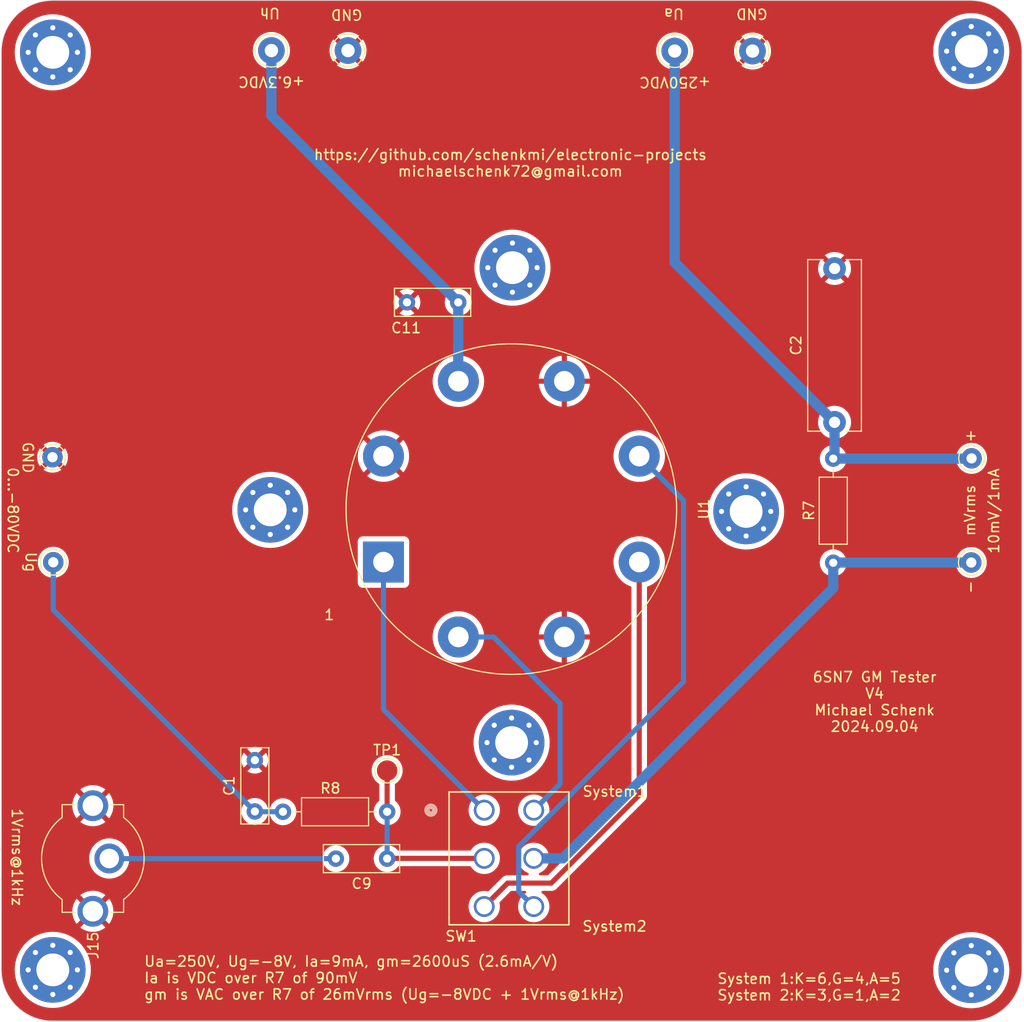
<source format=kicad_pcb>
(kicad_pcb (version 20240108) (generator "pcbnew") (generator_version "8.0")
  (layers (0 "F.Cu" signal) (31 "B.Cu" signal) (34 "B.Paste" user) (35 "F.Paste" user) (36 "B.SilkS" user "B.Silkscreen") (37 "F.SilkS" user "F.Silkscreen") (38 "B.Mask" user) (39 "F.Mask" user) (44 "Edge.Cuts" user))
  (net 0 "")
  (net 1 "VDDA")
  (net 2 "Net-(C9-Pad1)")
  (net 3 "Net-(U1A-G)")
  (net 4 "FVCC")
  (net 5 "Net-(J15-In)")
  (net 6 "FGND")
  (net 7 "Net-(J18-Pin_1)")
  (net 8 "Net-(J17-Pin_1)")
  (net 9 "Net-(U1B-A)")
  (net 10 "Net-(U1A-A)")
  (net 11 "Net-(U1B-G)")
  (footprint "MountingHole:MountingHole_3.2mm_M3_Pad_Via" (layer "F.Cu") (at 50.753944 52.832)
    (property "Reference" "H1" (hide yes))
    (property "Value" "MountingHole")
    (pad "1" thru_hole circle (at -2.4 0) (size 0.8 0.8) (drill 0.5) (layers "*.Cu" "*.Mask"))
    (pad "1" thru_hole circle (at -1.697056 -1.697056) (size 0.8 0.8) (drill 0.5) (layers "*.Cu" "*.Mask"))
    (pad "1" thru_hole circle (at -1.697056 1.697056) (size 0.8 0.8) (drill 0.5) (layers "*.Cu" "*.Mask"))
    (pad "1" thru_hole circle (at 0 -2.4) (size 0.8 0.8) (drill 0.5) (layers "*.Cu" "*.Mask"))
    (pad "1" thru_hole circle (at 0 0) (size 6.4 6.4) (drill 3.2) (layers "*.Cu" "*.Mask"))
    (pad "1" thru_hole circle (at 0 2.4) (size 0.8 0.8) (drill 0.5) (layers "*.Cu" "*.Mask"))
    (pad "1" thru_hole circle (at 1.697056 -1.697056) (size 0.8 0.8) (drill 0.5) (layers "*.Cu" "*.Mask"))
    (pad "1" thru_hole circle (at 1.697056 1.697056) (size 0.8 0.8) (drill 0.5) (layers "*.Cu" "*.Mask"))
    (pad "1" thru_hole circle (at 2.4 0) (size 0.8 0.8) (drill 0.5) (layers "*.Cu" "*.Mask"))
  )
  (footprint "MountingHole:MountingHole_3.2mm_M3_Pad_Via" (layer "F.Cu") (at 50.753944 142.320944)
    (property "Reference" "H2" (hide yes))
    (property "Value" "MountingHole")
    (pad "1" thru_hole circle (at -2.4 0) (size 0.8 0.8) (drill 0.5) (layers "*.Cu" "*.Mask"))
    (pad "1" thru_hole circle (at -1.697056 -1.697056) (size 0.8 0.8) (drill 0.5) (layers "*.Cu" "*.Mask"))
    (pad "1" thru_hole circle (at -1.697056 1.697056) (size 0.8 0.8) (drill 0.5) (layers "*.Cu" "*.Mask"))
    (pad "1" thru_hole circle (at 0 -2.4) (size 0.8 0.8) (drill 0.5) (layers "*.Cu" "*.Mask"))
    (pad "1" thru_hole circle (at 0 0) (size 6.4 6.4) (drill 3.2) (layers "*.Cu" "*.Mask"))
    (pad "1" thru_hole circle (at 0 2.4) (size 0.8 0.8) (drill 0.5) (layers "*.Cu" "*.Mask"))
    (pad "1" thru_hole circle (at 1.697056 -1.697056) (size 0.8 0.8) (drill 0.5) (layers "*.Cu" "*.Mask"))
    (pad "1" thru_hole circle (at 1.697056 1.697056) (size 0.8 0.8) (drill 0.5) (layers "*.Cu" "*.Mask"))
    (pad "1" thru_hole circle (at 2.4 0) (size 0.8 0.8) (drill 0.5) (layers "*.Cu" "*.Mask"))
  )
  (footprint "MountingHole:MountingHole_3.2mm_M3_Pad_Via" (layer "F.Cu") (at 140.335 142.354)
    (property "Reference" "H3" (hide yes))
    (property "Value" "MountingHole")
    (pad "1" thru_hole circle (at -2.4 0) (size 0.8 0.8) (drill 0.5) (layers "*.Cu" "*.Mask"))
    (pad "1" thru_hole circle (at -1.697056 -1.697056) (size 0.8 0.8) (drill 0.5) (layers "*.Cu" "*.Mask"))
    (pad "1" thru_hole circle (at -1.697056 1.697056) (size 0.8 0.8) (drill 0.5) (layers "*.Cu" "*.Mask"))
    (pad "1" thru_hole circle (at 0 -2.4) (size 0.8 0.8) (drill 0.5) (layers "*.Cu" "*.Mask"))
    (pad "1" thru_hole circle (at 0 0) (size 6.4 6.4) (drill 3.2) (layers "*.Cu" "*.Mask"))
    (pad "1" thru_hole circle (at 0 2.4) (size 0.8 0.8) (drill 0.5) (layers "*.Cu" "*.Mask"))
    (pad "1" thru_hole circle (at 1.697056 -1.697056) (size 0.8 0.8) (drill 0.5) (layers "*.Cu" "*.Mask"))
    (pad "1" thru_hole circle (at 1.697056 1.697056) (size 0.8 0.8) (drill 0.5) (layers "*.Cu" "*.Mask"))
    (pad "1" thru_hole circle (at 2.4 0) (size 0.8 0.8) (drill 0.5) (layers "*.Cu" "*.Mask"))
  )
  (footprint "MountingHole:MountingHole_3.2mm_M3_Pad_Via" (layer "F.Cu") (at 140.335 52.718)
    (property "Reference" "H4" (hide yes))
    (property "Value" "MountingHole")
    (pad "1" thru_hole circle (at -2.4 0) (size 0.8 0.8) (drill 0.5) (layers "*.Cu" "*.Mask"))
    (pad "1" thru_hole circle (at -1.697056 -1.697056) (size 0.8 0.8) (drill 0.5) (layers "*.Cu" "*.Mask"))
    (pad "1" thru_hole circle (at -1.697056 1.697056) (size 0.8 0.8) (drill 0.5) (layers "*.Cu" "*.Mask"))
    (pad "1" thru_hole circle (at 0 -2.4) (size 0.8 0.8) (drill 0.5) (layers "*.Cu" "*.Mask"))
    (pad "1" thru_hole circle (at 0 0) (size 6.4 6.4) (drill 3.2) (layers "*.Cu" "*.Mask"))
    (pad "1" thru_hole circle (at 0 2.4) (size 0.8 0.8) (drill 0.5) (layers "*.Cu" "*.Mask"))
    (pad "1" thru_hole circle (at 1.697056 -1.697056) (size 0.8 0.8) (drill 0.5) (layers "*.Cu" "*.Mask"))
    (pad "1" thru_hole circle (at 1.697056 1.697056) (size 0.8 0.8) (drill 0.5) (layers "*.Cu" "*.Mask"))
    (pad "1" thru_hole circle (at 2.4 0) (size 0.8 0.8) (drill 0.5) (layers "*.Cu" "*.Mask"))
  )
  (footprint "Connector_Pin:Pin_D1.3mm_L11.0mm" (layer "F.Cu") (at 111.412174 52.705)
    (property "Reference" "J5" (hide yes))
    (property "Value" "Conn_01x01")
    (fp_circle (center 0 0) (end 1.6 0.05) (stroke (width 0.12)) (fill none) (layer "F.SilkS"))
    (pad "1" thru_hole circle (at 0 0) (size 2.6 2.6) (drill 1.3) (layers "*.Cu" "*.Mask") (net 1 "VDDA"))
  )
  (footprint "Connector_Pin:Pin_D1.3mm_L11.0mm" (layer "F.Cu") (at 118.999 52.705)
    (property "Reference" "J6" (hide yes))
    (property "Value" "Conn_01x01")
    (fp_circle (center 0 0) (end 1.6 0.05) (stroke (width 0.12)) (fill none) (layer "F.SilkS"))
    (pad "1" thru_hole circle (at 0 0) (size 2.6 2.6) (drill 1.3) (layers "*.Cu" "*.Mask") (net 6 "FGND"))
  )
  (footprint "Connector_Pin:Pin_D1.3mm_L11.0mm" (layer "F.Cu") (at 72.076483 52.657064)
    (property "Reference" "J9" (hide yes))
    (property "Value" "Conn_01x01")
    (fp_circle (center 0 0) (end 1.6 0.05) (stroke (width 0.12)) (fill none) (layer "F.SilkS"))
    (pad "1" thru_hole circle (at 0 0) (size 2.6 2.6) (drill 1.3) (layers "*.Cu" "*.Mask") (net 4 "FVCC"))
  )
  (footprint "Connector_Pin:Pin_D1.3mm_L11.0mm" (layer "F.Cu") (at 79.547902 52.657064)
    (property "Reference" "J10" (hide yes))
    (property "Value" "Conn_01x01")
    (fp_circle (center 0 0) (end 1.6 0.05) (stroke (width 0.12)) (fill none) (layer "F.SilkS"))
    (pad "1" thru_hole circle (at 0 0) (size 2.6 2.6) (drill 1.3) (layers "*.Cu" "*.Mask") (net 6 "FGND"))
  )
  (footprint "Capacitor_THT:C_Rect_L7.2mm_W2.5mm_P5.00mm_FKS2_FKP2_MKS2_MKP2" (layer "F.Cu") (at 90.297 77.216 180)
    (property "Reference" "C11" (at 5.08 -2.5 0) (layer "F.SilkS"))
    (property "Value" "100nF")
    (fp_line (start 6.22 -1.37) (end 6.22 1.37) (stroke (width 0.12)) (layer "F.SilkS"))
    (fp_line (start -1.22 1.37) (end 6.22 1.37) (stroke (width 0.12)) (layer "F.SilkS"))
    (fp_line (start -1.22 -1.37) (end 6.22 -1.37) (stroke (width 0.12)) (layer "F.SilkS"))
    (fp_line (start -1.22 -1.37) (end -1.22 1.37) (stroke (width 0.12)) (layer "F.SilkS"))
    (pad "1" thru_hole circle (at 0 0 180) (size 1.6 1.6) (drill 0.8) (layers "*.Cu" "*.Mask") (net 4 "FVCC"))
    (pad "2" thru_hole circle (at 5 0 180) (size 1.6 1.6) (drill 0.8) (layers "*.Cu" "*.Mask") (net 6 "FGND"))
  )
  (footprint "kicad-snk:TubeOctal" (layer "F.Cu") (at 95.477627 97.380319 -90)
    (property "Reference" "U1" (at 0 -18.795 90) (layer "F.SilkS"))
    (property "Value" "6SN7")
    (fp_circle (center 0 0) (end 0 16.12) (stroke (width 0.12)) (fill none) (layer "F.SilkS"))
    (pad "1" thru_hole rect (at 5.166226 12.472373 270) (size 4 4) (drill 2) (layers "*.Cu" "*.Mask") (net 11 "Net-(U1B-G)"))
    (pad "2" thru_hole oval (at 12.472373 5.166226 270) (size 4 4) (drill 2) (layers "*.Cu" "*.Mask") (net 9 "Net-(U1B-A)"))
    (pad "3" thru_hole oval (at 12.472373 -5.166226 270) (size 4 4) (drill 2) (layers "*.Cu" "*.Mask") (net 6 "FGND"))
    (pad "4" thru_hole oval (at 5.166226 -12.472373 270) (size 4 4) (drill 2) (layers "*.Cu" "*.Mask") (net 3 "Net-(U1A-G)"))
    (pad "5" thru_hole oval (at -5.166226 -12.472373 270) (size 4 4) (drill 2) (layers "*.Cu" "*.Mask") (net 10 "Net-(U1A-A)"))
    (pad "6" thru_hole oval (at -12.472373 -5.166226 270) (size 4 4) (drill 2) (layers "*.Cu" "*.Mask") (net 6 "FGND"))
    (pad "7" thru_hole oval (at -12.472373 5.166226 270) (size 4 4) (drill 2) (layers "*.Cu" "*.Mask") (net 4 "FVCC"))
    (pad "8" thru_hole circle (at -5.166226 12.472373 270) (size 4 4) (drill 2) (layers "*.Cu" "*.Mask") (net 6 "FGND"))
  )
  (footprint "Resistor_THT:R_Axial_DIN0207_L6.3mm_D2.5mm_P10.16mm_Horizontal" (layer "F.Cu") (at 83.3628 126.8984 180)
    (property "Reference" "R8" (at 5.5372 2.286 0) (layer "F.SilkS"))
    (property "Value" "200k/0.6W")
    (fp_line (start 9.12 0) (end 8.35 0) (stroke (width 0.12)) (layer "F.SilkS"))
    (fp_line (start 8.35 1.37) (end 8.35 -1.37) (stroke (width 0.12)) (layer "F.SilkS"))
    (fp_line (start 8.35 -1.37) (end 1.81 -1.37) (stroke (width 0.12)) (layer "F.SilkS"))
    (fp_line (start 1.81 1.37) (end 8.35 1.37) (stroke (width 0.12)) (layer "F.SilkS"))
    (fp_line (start 1.81 -1.37) (end 1.81 1.37) (stroke (width 0.12)) (layer "F.SilkS"))
    (fp_line (start 1.04 0) (end 1.81 0) (stroke (width 0.12)) (layer "F.SilkS"))
    (pad "1" thru_hole circle (at 0 0 180) (size 1.6 1.6) (drill 0.8) (layers "*.Cu" "*.Mask") (net 2 "Net-(C9-Pad1)"))
    (pad "2" thru_hole oval (at 10.16 0 180) (size 1.6 1.6) (drill 0.8) (layers "*.Cu" "*.Mask") (net 7 "Net-(J18-Pin_1)"))
  )
  (footprint "Resistor_THT:R_Axial_DIN0207_L6.3mm_D2.5mm_P10.16mm_Horizontal" (layer "F.Cu") (at 126.873 102.616 90)
    (property "Reference" "R7" (at 5.08 -2.37 90) (layer "F.SilkS"))
    (property "Value" "10R/0.4W/0.1%")
    (fp_line (start 8.35 -1.37) (end 1.81 -1.37) (stroke (width 0.12)) (layer "F.SilkS"))
    (fp_line (start 1.81 -1.37) (end 1.81 1.37) (stroke (width 0.12)) (layer "F.SilkS"))
    (fp_line (start 9.12 0) (end 8.35 0) (stroke (width 0.12)) (layer "F.SilkS"))
    (fp_line (start 1.04 0) (end 1.81 0) (stroke (width 0.12)) (layer "F.SilkS"))
    (fp_line (start 8.35 1.37) (end 8.35 -1.37) (stroke (width 0.12)) (layer "F.SilkS"))
    (fp_line (start 1.81 1.37) (end 8.35 1.37) (stroke (width 0.12)) (layer "F.SilkS"))
    (pad "1" thru_hole circle (at 0 0 90) (size 1.6 1.6) (drill 0.8) (layers "*.Cu" "*.Mask") (net 8 "Net-(J17-Pin_1)"))
    (pad "2" thru_hole oval (at 10.16 0 90) (size 1.6 1.6) (drill 0.8) (layers "*.Cu" "*.Mask") (net 1 "VDDA"))
  )
  (footprint "Connector_Pin:Pin_D1.0mm_L10.0mm" (layer "F.Cu") (at 140.364853 92.4306)
    (property "Reference" "J16" (hide yes))
    (property "Value" "Conn_01x01")
    (fp_circle (center 0 0) (end 1.25 0.05) (stroke (width 0.12)) (fill none) (layer "F.SilkS"))
    (pad "1" thru_hole circle (at 0 0) (size 2 2) (drill 1) (layers "*.Cu" "*.Mask") (net 1 "VDDA"))
  )
  (footprint "kicad-snk:RCA-Phono_CUI-Devices_RCJ-02X_Vertical" (layer "F.Cu") (at 54.6608 131.457126 -90)
    (property "Reference" "J15" (at 8.478777 -0.031787 90) (layer "F.SilkS"))
    (property "Value" "1Vrms@1kHz")
    (fp_line (start -5.25 3) (end -4.02 3) (stroke (width 0.12)) (layer "F.SilkS"))
    (fp_line (start -5.25 3) (end -5.25 1.66) (stroke (width 0.12)) (layer "F.SilkS"))
    (fp_line (start 5.25 3) (end 3.99 3) (stroke (width 0.12)) (layer "F.SilkS"))
    (fp_line (start 5.25 3) (end 5.25 1.66) (stroke (width 0.12)) (layer "F.SilkS"))
    (fp_line (start -5.25 -3) (end -5.25 -1.68) (stroke (width 0.12)) (layer "F.SilkS"))
    (fp_line (start -5.25 -3) (end -4.03 -3) (stroke (width 0.12)) (layer "F.SilkS"))
    (fp_line (start 5.25 -3) (end 5.25 -1.66) (stroke (width 0.12)) (layer "F.SilkS"))
    (fp_line (start 5.25 -3) (end 3.97 -3) (stroke (width 0.12)) (layer "F.SilkS"))
    (fp_arc (start 3.96312 3.048554) (mid -0.030486 4.999907) (end -4 3) (stroke (width 0.12)) (layer "F.SilkS"))
    (fp_arc (start -4 -2.999999) (mid -0.000001 -4.999999) (end 3.999999 -3) (stroke (width 0.12)) (layer "F.SilkS"))
    (pad "1" thru_hole circle (at 0 -1.6 270) (size 2.9 2.9) (drill 1.9) (layers "*.Cu" "*.Mask") (net 5 "Net-(J15-In)"))
    (pad "2" thru_hole circle (at -5.15 0 270) (size 3 3) (drill 2) (layers "*.Cu" "*.Mask") (net 6 "FGND"))
    (pad "2" thru_hole circle (at 5.15 0 270) (size 3 3) (drill 2) (layers "*.Cu" "*.Mask") (net 6 "FGND"))
  )
  (footprint "MountingHole:MountingHole_3.2mm_M3_Pad_Via" (layer "F.Cu") (at 71.962944 97.455056)
    (property "Reference" "H5" (hide yes))
    (property "Value" "MountingHole")
    (pad "1" thru_hole circle (at -2.4 0) (size 0.8 0.8) (drill 0.5) (layers "*.Cu" "*.Mask"))
    (pad "1" thru_hole circle (at -1.697056 -1.697056) (size 0.8 0.8) (drill 0.5) (layers "*.Cu" "*.Mask"))
    (pad "1" thru_hole circle (at -1.697056 1.697056) (size 0.8 0.8) (drill 0.5) (layers "*.Cu" "*.Mask"))
    (pad "1" thru_hole circle (at 0 -2.4) (size 0.8 0.8) (drill 0.5) (layers "*.Cu" "*.Mask"))
    (pad "1" thru_hole circle (at 0 0) (size 6.4 6.4) (drill 3.2) (layers "*.Cu" "*.Mask"))
    (pad "1" thru_hole circle (at 0 2.4) (size 0.8 0.8) (drill 0.5) (layers "*.Cu" "*.Mask"))
    (pad "1" thru_hole circle (at 1.697056 -1.697056) (size 0.8 0.8) (drill 0.5) (layers "*.Cu" "*.Mask"))
    (pad "1" thru_hole circle (at 1.697056 1.697056) (size 0.8 0.8) (drill 0.5) (layers "*.Cu" "*.Mask"))
    (pad "1" thru_hole circle (at 2.4 0) (size 0.8 0.8) (drill 0.5) (layers "*.Cu" "*.Mask"))
  )
  (footprint "Capacitor_THT:C_Rect_L7.2mm_W2.5mm_P5.00mm_FKS2_FKP2_MKS2_MKP2" (layer "F.Cu") (at 83.3628 131.4704 180)
    (property "Reference" "C9" (at 2.4892 -2.4384 0) (layer "F.SilkS"))
    (property "Value" "100nF")
    (fp_line (start 6.22 -1.37) (end 6.22 1.37) (stroke (width 0.12)) (layer "F.SilkS"))
    (fp_line (start -1.22 1.37) (end 6.22 1.37) (stroke (width 0.12)) (layer "F.SilkS"))
    (fp_line (start -1.22 -1.37) (end 6.22 -1.37) (stroke (width 0.12)) (layer "F.SilkS"))
    (fp_line (start -1.22 -1.37) (end -1.22 1.37) (stroke (width 0.12)) (layer "F.SilkS"))
    (pad "1" thru_hole circle (at 0 0 180) (size 1.6 1.6) (drill 0.8) (layers "*.Cu" "*.Mask") (net 2 "Net-(C9-Pad1)"))
    (pad "2" thru_hole circle (at 5 0 180) (size 1.6 1.6) (drill 0.8) (layers "*.Cu" "*.Mask") (net 5 "Net-(J15-In)"))
  )
  (footprint "Connector_Pin:Pin_D1.0mm_L10.0mm" (layer "F.Cu") (at 50.8 102.5652)
    (property "Reference" "J18" (hide yes))
    (property "Value" "~")
    (fp_circle (center 0 0) (end 1.25 0.05) (stroke (width 0.12)) (fill none) (layer "F.SilkS"))
    (pad "1" thru_hole circle (at 0 0) (size 2 2) (drill 1) (layers "*.Cu" "*.Mask") (net 7 "Net-(J18-Pin_1)"))
  )
  (footprint "TestPoint:TestPoint_Pad_D2.0mm" (layer "F.Cu") (at 83.3628 122.8852)
    (property "Reference" "TP1" (at 0 -1.998 0) (layer "F.SilkS"))
    (property "Value" "TestPoint")
    (fp_circle (center 0 0) (end 0 1.2) (stroke (width 0.12)) (fill none) (layer "F.SilkS"))
    (pad "1" smd circle (at 0 0) (size 2 2) (layers "F.Cu" "F.Mask") (net 2 "Net-(C9-Pad1)"))
  )
  (footprint "Capacitor_THT:C_Rect_L7.2mm_W2.5mm_P5.00mm_FKS2_FKP2_MKS2_MKP2" (layer "F.Cu") (at 70.4596 126.8692 90)
    (property "Reference" "C1" (at 2.5 -2.5 90) (layer "F.SilkS"))
    (property "Value" "100nF")
    (fp_line (start 6.22 -1.37) (end 6.22 1.37) (stroke (width 0.12)) (layer "F.SilkS"))
    (fp_line (start -1.22 -1.37) (end 6.22 -1.37) (stroke (width 0.12)) (layer "F.SilkS"))
    (fp_line (start -1.22 -1.37) (end -1.22 1.37) (stroke (width 0.12)) (layer "F.SilkS"))
    (fp_line (start -1.22 1.37) (end 6.22 1.37) (stroke (width 0.12)) (layer "F.SilkS"))
    (pad "1" thru_hole circle (at 0 0 90) (size 1.6 1.6) (drill 0.8) (layers "*.Cu" "*.Mask") (net 7 "Net-(J18-Pin_1)"))
    (pad "2" thru_hole circle (at 5 0 90) (size 1.6 1.6) (drill 0.8) (layers "*.Cu" "*.Mask") (net 6 "FGND"))
  )
  (footprint "Connector_Pin:Pin_D1.0mm_L10.0mm" (layer "F.Cu") (at 50.725632 92.32051)
    (property "Reference" "J19" (hide yes))
    (property "Value" "~")
    (fp_circle (center 0 0) (end 1.25 0.05) (stroke (width 0.12)) (fill none) (layer "F.SilkS"))
    (pad "1" thru_hole circle (at 0 0) (size 2 2) (drill 1) (layers "*.Cu" "*.Mask") (net 6 "FGND"))
  )
  (footprint "Connector_Pin:Pin_D1.0mm_L10.0mm" (layer "F.Cu") (at 140.335 102.5906)
    (property "Reference" "J17" (hide yes))
    (property "Value" "Conn_01x01")
    (fp_circle (center 0 0) (end 1.25 0.05) (stroke (width 0.12)) (fill none) (layer "F.SilkS"))
    (pad "1" thru_hole circle (at 0 0) (size 2 2) (drill 1) (layers "*.Cu" "*.Mask") (net 8 "Net-(J17-Pin_1)"))
  )
  (footprint "MountingHole:MountingHole_3.2mm_M3_Pad_Via" (layer "F.Cu") (at 95.584944 73.833056)
    (property "Reference" "H7" (hide yes))
    (property "Value" "MountingHole")
    (pad "1" thru_hole circle (at -2.4 0) (size 0.8 0.8) (drill 0.5) (layers "*.Cu" "*.Mask"))
    (pad "1" thru_hole circle (at -1.697056 -1.697056) (size 0.8 0.8) (drill 0.5) (layers "*.Cu" "*.Mask"))
    (pad "1" thru_hole circle (at -1.697056 1.697056) (size 0.8 0.8) (drill 0.5) (layers "*.Cu" "*.Mask"))
    (pad "1" thru_hole circle (at 0 -2.4) (size 0.8 0.8) (drill 0.5) (layers "*.Cu" "*.Mask"))
    (pad "1" thru_hole circle (at 0 0) (size 6.4 6.4) (drill 3.2) (layers "*.Cu" "*.Mask"))
    (pad "1" thru_hole circle (at 0 2.4) (size 0.8 0.8) (drill 0.5) (layers "*.Cu" "*.Mask"))
    (pad "1" thru_hole circle (at 1.697056 -1.697056) (size 0.8 0.8) (drill 0.5) (layers "*.Cu" "*.Mask"))
    (pad "1" thru_hole circle (at 1.697056 1.697056) (size 0.8 0.8) (drill 0.5) (layers "*.Cu" "*.Mask"))
    (pad "1" thru_hole circle (at 2.4 0) (size 0.8 0.8) (drill 0.5) (layers "*.Cu" "*.Mask"))
  )
  (footprint "MountingHole:MountingHole_3.2mm_M3_Pad_Via" (layer "F.Cu") (at 118.377 97.605085)
    (property "Reference" "H6" (hide yes))
    (property "Value" "MountingHole")
    (pad "1" thru_hole circle (at -2.4 0) (size 0.8 0.8) (drill 0.5) (layers "*.Cu" "*.Mask"))
    (pad "1" thru_hole circle (at -1.697056 -1.697056) (size 0.8 0.8) (drill 0.5) (layers "*.Cu" "*.Mask"))
    (pad "1" thru_hole circle (at -1.697056 1.697056) (size 0.8 0.8) (drill 0.5) (layers "*.Cu" "*.Mask"))
    (pad "1" thru_hole circle (at 0 -2.4) (size 0.8 0.8) (drill 0.5) (layers "*.Cu" "*.Mask"))
    (pad "1" thru_hole circle (at 0 0) (size 6.4 6.4) (drill 3.2) (layers "*.Cu" "*.Mask"))
    (pad "1" thru_hole circle (at 0 2.4) (size 0.8 0.8) (drill 0.5) (layers "*.Cu" "*.Mask"))
    (pad "1" thru_hole circle (at 1.697056 -1.697056) (size 0.8 0.8) (drill 0.5) (layers "*.Cu" "*.Mask"))
    (pad "1" thru_hole circle (at 1.697056 1.697056) (size 0.8 0.8) (drill 0.5) (layers "*.Cu" "*.Mask"))
    (pad "1" thru_hole circle (at 2.4 0) (size 0.8 0.8) (drill 0.5) (layers "*.Cu" "*.Mask"))
  )
  (footprint "Capacitor_THT:C_Rect_L16.5mm_W5.0mm_P15.00mm_MKT" (layer "F.Cu") (at 127 88.914 90)
    (property "Reference" "C2" (at 7.5 -3.75 90) (layer "F.SilkS"))
    (property "Value" "100nF")
    (fp_line (start 15.87 -2.62) (end 15.87 -1.104) (stroke (width 0.12)) (layer "F.SilkS"))
    (fp_line (start -0.87 -2.62) (end 15.87 -2.62) (stroke (width 0.12)) (layer "F.SilkS"))
    (fp_line (start -0.87 -2.62) (end -0.87 -1.104) (stroke (width 0.12)) (layer "F.SilkS"))
    (fp_line (start 15.87 1.104) (end 15.87 2.62) (stroke (width 0.12)) (layer "F.SilkS"))
    (fp_line (start -0.87 1.104) (end -0.87 2.62) (stroke (width 0.12)) (layer "F.SilkS"))
    (fp_line (start -0.87 2.62) (end 15.87 2.62) (stroke (width 0.12)) (layer "F.SilkS"))
    (pad "1" thru_hole circle (at 0 0 90) (size 2.2 2.2) (drill 1.1) (layers "*.Cu" "*.Mask") (net 1 "VDDA"))
    (pad "2" thru_hole circle (at 15 0 90) (size 2.2 2.2) (drill 1.1) (layers "*.Cu" "*.Mask") (net 6 "FGND"))
  )
  (footprint "MountingHole:MountingHole_3.2mm_M3_Pad_Via" (layer "F.Cu") (at 95.504 120.155)
    (property "Reference" "H8" (hide yes))
    (property "Value" "MountingHole")
    (pad "1" thru_hole circle (at -2.4 0) (size 0.8 0.8) (drill 0.5) (layers "*.Cu" "*.Mask"))
    (pad "1" thru_hole circle (at -1.697056 -1.697056) (size 0.8 0.8) (drill 0.5) (layers "*.Cu" "*.Mask"))
    (pad "1" thru_hole circle (at -1.697056 1.697056) (size 0.8 0.8) (drill 0.5) (layers "*.Cu" "*.Mask"))
    (pad "1" thru_hole circle (at 0 -2.4) (size 0.8 0.8) (drill 0.5) (layers "*.Cu" "*.Mask"))
    (pad "1" thru_hole circle (at 0 0) (size 6.4 6.4) (drill 3.2) (layers "*.Cu" "*.Mask"))
    (pad "1" thru_hole circle (at 0 2.4) (size 0.8 0.8) (drill 0.5) (layers "*.Cu" "*.Mask"))
    (pad "1" thru_hole circle (at 1.697056 -1.697056) (size 0.8 0.8) (drill 0.5) (layers "*.Cu" "*.Mask"))
    (pad "1" thru_hole circle (at 1.697056 1.697056) (size 0.8 0.8) (drill 0.5) (layers "*.Cu" "*.Mask"))
    (pad "1" thru_hole circle (at 2.4 0) (size 0.8 0.8) (drill 0.5) (layers "*.Cu" "*.Mask"))
  )
  (footprint "kicad-snk:SW6_ANT21SECQE_CRS" (layer "F.Cu") (at 92.832998 126.744999)
    (property "Reference" "SW1" (at -2.256598 12.294601 0) (layer "F.SilkS"))
    (property "Value" "DPDT_SW_ANT21SECQE")
    (fp_circle (center -5.205 0) (end -4.824 0) (stroke (width 0.508)) (fill none) (layer "B.SilkS"))
    (fp_line (start -3.427 -1.776999) (end -3.427 11.177001) (stroke (width 0.1524)) (layer "F.SilkS"))
    (fp_line (start -3.427 11.177001) (end 8.257 11.177001) (stroke (width 0.1524)) (layer "F.SilkS"))
    (fp_line (start 8.257 -1.776999) (end -3.427 -1.776999) (stroke (width 0.1524)) (layer "F.SilkS"))
    (fp_line (start 8.257 11.177001) (end 8.257 -1.776999) (stroke (width 0.1524)) (layer "F.SilkS"))
    (fp_circle (center -5.205 0) (end -4.824 0) (stroke (width 0.508)) (fill none) (layer "F.SilkS"))
    (pad "1" thru_hole circle (at 0 0) (size 2.032 2.032) (drill 1.524) (layers "*.Cu" "*.Mask") (net 11 "Net-(U1B-G)"))
    (pad "2" thru_hole circle (at 0 4.700001) (size 2.032 2.032) (drill 1.524) (layers "*.Cu" "*.Mask") (net 2 "Net-(C9-Pad1)"))
    (pad "3" thru_hole circle (at 0 9.400001) (size 2.032 2.032) (drill 1.524) (layers "*.Cu" "*.Mask") (net 3 "Net-(U1A-G)"))
    (pad "4" thru_hole circle (at 4.830002 0) (size 2.032 2.032) (drill 1.524) (layers "*.Cu" "*.Mask") (net 9 "Net-(U1B-A)"))
    (pad "5" thru_hole circle (at 4.830002 4.700001) (size 2.032 2.032) (drill 1.524) (layers "*.Cu" "*.Mask") (net 8 "Net-(J17-Pin_1)"))
    (pad "6" thru_hole circle (at 4.830002 9.400001) (size 2.032 2.032) (drill 1.524) (layers "*.Cu" "*.Mask") (net 10 "Net-(U1A-A)"))
  )
  (gr_line (start 140.288 147.32) (end 50.72 147.32) (stroke (width 0.05)) (layer "Edge.Cuts"))
  (gr_line (start 45.72 142.32) (end 45.72 52.752) (stroke (width 0.05)) (layer "Edge.Cuts"))
  (gr_arc (start 145.288 142.32) (mid 143.823534 145.855534) (end 140.288 147.32) (stroke (width 0.05)) (layer "Edge.Cuts"))
  (gr_arc (start 50.72 147.32) (mid 47.184466 145.855534) (end 45.72 142.32) (stroke (width 0.05)) (layer "Edge.Cuts"))
  (gr_line (start 50.72 47.752) (end 140.288 47.752) (stroke (width 0.05)) (layer "Edge.Cuts"))
  (gr_arc (start 45.72 52.752) (mid 47.184466 49.216466) (end 50.72 47.752) (stroke (width 0.05)) (layer "Edge.Cuts"))
  (gr_arc (start 140.288 47.752) (mid 143.823534 49.216466) (end 145.288 52.752) (stroke (width 0.05)) (layer "Edge.Cuts"))
  (gr_line (start 145.288 52.752) (end 145.288 142.32) (stroke (width 0.05)) (layer "Edge.Cuts"))
  (gr_text "GND" (at 48.324558 92.3544 270) (layer "F.SilkS") (effects (font (size 1 1))))
  (gr_text "+6.3VDC" (at 72.093215 55.704078 180) (layer "F.SilkS") (effects (font (size 1 1))))
  (gr_text "GND" (at 118.947135 49.0728 180) (layer "F.SilkS") (effects (font (size 1 1))))
  (gr_text "GND" (at 79.420902 49.151864 180) (layer "F.SilkS") (effects (font (size 1 1))))
  (gr_text "-" (at 140.8176 104.267 90) (layer "F.SilkS") (effects (font (size 1 1)) (justify left bottom mirror)))
  (gr_text "0...-80VDC" (at 46.2788 93.218 -90) (layer "F.SilkS") (effects (font (size 1 1)) (justify left bottom)))
  (gr_text "Uh" (at 71.927902 49.00973 180) (layer "F.SilkS") (effects (font (size 1 1))))
  (gr_text "+" (at 141.0208 90.7542 0) (layer "F.SilkS") (effects (font (size 1 1)) (justify left bottom mirror)))
  (gr_text "Ua" (at 111.327135 49.0728 180) (layer "F.SilkS") (effects (font (size 1 1))))
  (gr_text "6SN7 GM Tester\nV4\nMichael Schenk\n2024.09.04" (at 130.9116 116.1796 0) (layer "F.SilkS") (effects (font (size 1 1))))
  (gr_text "Ua=250V, Ug=-8V, Ia=9mA, gm=2600uS (2.6mA/V)\nIa is VDC over R7 of 90mV\ngm is VAC over R7 of 26mVrms (Ug=-8VDC + 1Vrms@1kHz)\n" (at 59.5884 143.1036 0) (layer "F.SilkS") (effects (font (size 1 1)) (justify left)))
  (gr_text "mVrms" (at 140.208 97.5106 90) (layer "F.SilkS") (effects (font (size 1 1))))
  (gr_text "Ug" (at 48.612937 102.5512 270) (layer "F.SilkS") (effects (font (size 1 1))))
  (gr_text "https://github.com/schenkmi/electronic-projects\nmichaelschenk72@gmail.com" (at 95.377 63.627 0) (layer "F.SilkS") (effects (font (size 1 1))))
  (gr_text "+250VDC" (at 111.446877 55.743231 180) (layer "F.SilkS") (effects (font (size 1 1))))
  (gr_text "1" (at 77.724 107.696 0) (layer "F.SilkS") (effects (font (size 1 1))))
  (gr_text "10mV/1mA" (at 142.5448 97.5614 90) (layer "F.SilkS") (effects (font (size 1 1))))
  (gr_text "System1" (at 105.5624 124.9172 0) (layer "F.SilkS") (effects (font (size 1 1))))
  (gr_text "System 1:K=6,G=4,A=5\nSystem 2:K=3,G=1,A=2" (at 115.491413 143.984739 0) (layer "F.SilkS") (effects (font (size 1 1)) (justify left)))
  (gr_text "System2" (at 105.543511 138.07317 0) (layer "F.SilkS") (effects (font (size 1 1))))
  (gr_text "1Vrms@1kHz" (at 46.6852 126.492 270) (layer "F.SilkS") (effects (font (size 1 1)) (justify left bottom)))
  (segment (start 111.412174 52.705) (end 111.412174 73.326174) (width 1) (layer "B.Cu") (net 1))
  (segment (start 127 88.914) (end 127 92.329) (width 1) (layer "B.Cu") (net 1))
  (segment (start 140.339453 92.456) (end 140.364853 92.4306) (width 1) (layer "B.Cu") (net 1))
  (segment (start 126.873 92.456) (end 140.339453 92.456) (width 1) (layer "B.Cu") (net 1))
  (segment (start 111.412174 73.326174) (end 127 88.914) (width 1) (layer "B.Cu") (net 1))
  (segment (start 127 92.329) (end 126.873 92.456) (width 1) (layer "B.Cu") (net 1))
  (segment (start 92.832998 131.445) (end 83.3882 131.445) (width 0.5) (layer "F.Cu") (net 2))
  (segment (start 83.3882 131.445) (end 83.3628 131.4704) (width 0.5) (layer "F.Cu") (net 2))
  (segment (start 83.3628 126.8984) (end 83.3628 122.8852) (width 0.5) (layer "F.Cu") (net 2))
  (segment (start 83.3628 131.4704) (end 83.3628 126.8984) (width 0.5) (layer "B.Cu") (net 2))
  (segment (start 107.95 125.2728) (end 107.95 102.546545) (width 0.5) (layer "F.Cu") (net 3))
  (segment (start 99.3648 133.858) (end 95.119998 133.858) (width 0.5) (layer "F.Cu") (net 3))
  (segment (start 92.832998 136.145) (end 95.119998 133.858) (width 0.5) (layer "F.Cu") (net 3))
  (segment (start 107.95 125.2728) (end 99.3648 133.858) (width 0.5) (layer "F.Cu") (net 3))
  (segment (start 72.076483 58.995483) (end 90.297 77.216) (width 1) (layer "B.Cu") (net 4))
  (segment (start 90.297 77.216) (end 90.297 84.893545) (width 1) (layer "B.Cu") (net 4))
  (segment (start 90.297 84.893545) (end 90.311401 84.907946) (width 1) (layer "B.Cu") (net 4))
  (segment (start 72.076483 52.657064) (end 72.076483 58.995483) (width 1) (layer "B.Cu") (net 4))
  (segment (start 56.274074 131.4704) (end 56.2608 131.457126) (width 0.5) (layer "F.Cu") (net 5))
  (segment (start 78.3628 131.4704) (end 56.274074 131.4704) (width 0.5) (layer "B.Cu") (net 5))
  (segment (start 56.274074 131.4704) (end 56.2608 131.457126) (width 0.5) (layer "B.Cu") (net 5))
  (segment (start 70.4888 126.8984) (end 70.4596 126.8692) (width 0.5) (layer "B.Cu") (net 7))
  (segment (start 73.2028 126.8984) (end 70.4888 126.8984) (width 0.5) (layer "B.Cu") (net 7))
  (segment (start 70.4596 126.8692) (end 50.8 107.2096) (width 0.5) (layer "B.Cu") (net 7))
  (segment (start 50.8 107.2096) (end 50.8 102.5652) (width 0.5) (layer "B.Cu") (net 7))
  (segment (start 126.873 105.075056) (end 126.873 102.616) (width 1) (layer "B.Cu") (net 8))
  (segment (start 140.335 102.5906) (end 126.8984 102.5906) (width 1) (layer "B.Cu") (net 8))
  (segment (start 100.503056 131.445) (end 126.873 105.075056) (width 1) (layer "B.Cu") (net 8))
  (segment (start 126.8984 102.5906) (end 126.873 102.616) (width 1) (layer "B.Cu") (net 8))
  (segment (start 97.663 131.445) (end 100.503056 131.445) (width 1) (layer "B.Cu") (net 8))
  (segment (start 93.749092 109.852692) (end 90.311401 109.852692) (width 0.5) (layer "B.Cu") (net 9))
  (segment (start 100.2284 116.332) (end 93.749092 109.852692) (width 0.5) (layer "B.Cu") (net 9))
  (segment (start 97.663 126.744999) (end 100.2284 124.179599) (width 0.5) (layer "B.Cu") (net 9))
  (segment (start 100.2284 124.179599) (end 100.2284 116.332) (width 0.5) (layer "B.Cu") (net 9))
  (segment (start 96.197 130.284237) (end 112.268 114.213237) (width 0.5) (layer "B.Cu") (net 10))
  (segment (start 112.268 114.213237) (end 112.268 96.532093) (width 0.5) (layer "B.Cu") (net 10))
  (segment (start 96.197 134.679) (end 96.197 130.284237) (width 0.5) (layer "B.Cu") (net 10))
  (segment (start 97.663 136.145) (end 96.197 134.679) (width 0.5) (layer "B.Cu") (net 10))
  (segment (start 112.268 96.532093) (end 107.95 92.214093) (width 0.5) (layer "B.Cu") (net 10))
  (segment (start 92.832998 126.744999) (end 83.005254 116.917255) (width 0.5) (layer "B.Cu") (net 11))
  (segment (start 83.005254 116.917255) (end 83.005254 102.546545) (width 0.5) (layer "B.Cu") (net 11))
  (zone (net 6) (net_name "FGND") (layer "F.Cu") (connect_pads (clearance 0.508)) (min_thickness 0.25) (fill yes (thermal_gap 0.5) (thermal_bridge_width 0.5))
    (polygon (pts (xy 45.72 147.32) (xy 45.72 47.752) (xy 145.288 47.752) (xy 145.288 147.32)))
  )
)
</source>
